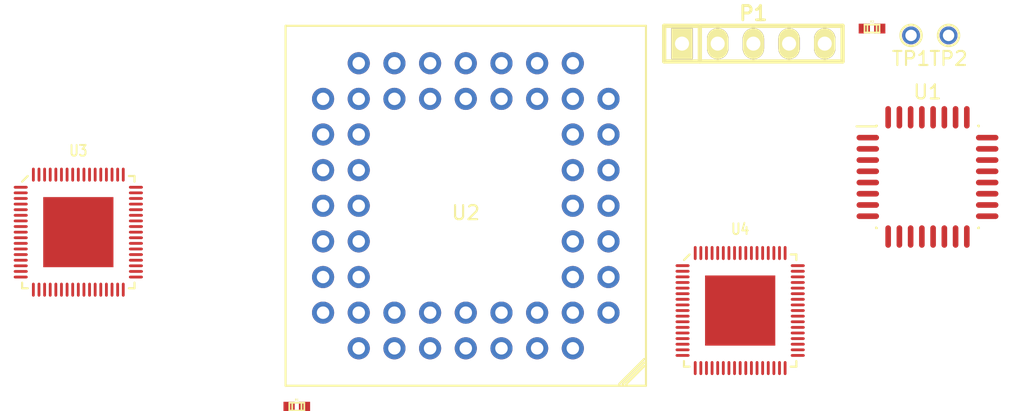
<source format=kicad_pcb>
(kicad_pcb (version 20171130) (host pcbnew "(6.0.0-rc1-dev-548-g8efcf81cf)")

  (general
    (thickness 1.6)
    (drawings 0)
    (tracks 0)
    (zones 0)
    (modules 9)
    (nets 219)
  )

  (page A4)
  (layers
    (0 F.Cu signal)
    (31 B.Cu signal)
    (32 B.Adhes user)
    (33 F.Adhes user)
    (34 B.Paste user)
    (35 F.Paste user)
    (36 B.SilkS user)
    (37 F.SilkS user)
    (38 B.Mask user)
    (39 F.Mask user)
    (40 Dwgs.User user)
    (41 Cmts.User user)
    (42 Eco1.User user)
    (43 Eco2.User user)
    (44 Edge.Cuts user)
    (45 Margin user)
    (46 B.CrtYd user)
    (47 F.CrtYd user)
    (48 B.Fab user)
    (49 F.Fab user)
  )

  (setup
    (last_trace_width 0.25)
    (trace_clearance 0.2)
    (zone_clearance 0.508)
    (zone_45_only no)
    (trace_min 0.2)
    (via_size 0.8)
    (via_drill 0.4)
    (via_min_size 0.4)
    (via_min_drill 0.3)
    (uvia_size 0.3)
    (uvia_drill 0.1)
    (uvias_allowed no)
    (uvia_min_size 0.2)
    (uvia_min_drill 0.1)
    (edge_width 0.05)
    (segment_width 0.2)
    (pcb_text_width 0.3)
    (pcb_text_size 1.5 1.5)
    (mod_edge_width 0.12)
    (mod_text_size 1 1)
    (mod_text_width 0.15)
    (pad_size 1.524 1.524)
    (pad_drill 0.762)
    (pad_to_mask_clearance 0.051)
    (solder_mask_min_width 0.25)
    (aux_axis_origin 0 0)
    (visible_elements 7FFFFFFF)
    (pcbplotparams
      (layerselection 0x010fc_ffffffff)
      (usegerberextensions false)
      (usegerberattributes false)
      (usegerberadvancedattributes false)
      (creategerberjobfile false)
      (excludeedgelayer true)
      (linewidth 0.100000)
      (plotframeref false)
      (viasonmask false)
      (mode 1)
      (useauxorigin false)
      (hpglpennumber 1)
      (hpglpenspeed 20)
      (hpglpendiameter 15.000000)
      (psnegative false)
      (psa4output false)
      (plotreference true)
      (plotvalue true)
      (plotinvisibletext false)
      (padsonsilk false)
      (subtractmaskfromsilk false)
      (outputformat 1)
      (mirror false)
      (drillshape 1)
      (scaleselection 1)
      (outputdirectory ""))
  )

  (net 0 "")
  (net 1 /VDDD)
  (net 2 "Net-(P1-Pad2)")
  (net 3 /RST)
  (net 4 /SWDCLK)
  (net 5 /SWDIO)
  (net 6 I2C_SDA_ARM)
  (net 7 I2C_SCL_ARM)
  (net 8 "Net-(U1-Pad1)")
  (net 9 "Net-(U1-Pad2)")
  (net 10 "Net-(U1-Pad3)")
  (net 11 "Net-(U1-Pad4)")
  (net 12 "Net-(U1-Pad5)")
  (net 13 "Net-(U1-Pad6)")
  (net 14 "Net-(U1-Pad7)")
  (net 15 "Net-(U1-Pad8)")
  (net 16 "Net-(U1-Pad9)")
  (net 17 "Net-(U1-Pad10)")
  (net 18 "Net-(U1-Pad11)")
  (net 19 "Net-(U1-Pad12)")
  (net 20 "Net-(U1-Pad13)")
  (net 21 "Net-(U1-Pad14)")
  (net 22 "Net-(U1-Pad15)")
  (net 23 "Net-(U1-Pad16)")
  (net 24 "Net-(U1-Pad17)")
  (net 25 "Net-(U1-Pad18)")
  (net 26 "Net-(U1-Pad19)")
  (net 27 "Net-(U1-Pad20)")
  (net 28 "Net-(U1-Pad21)")
  (net 29 "Net-(U1-Pad22)")
  (net 30 "Net-(U1-Pad23)")
  (net 31 "Net-(U1-Pad24)")
  (net 32 "Net-(U1-Pad25)")
  (net 33 "Net-(U1-Pad26)")
  (net 34 "Net-(U1-Pad27)")
  (net 35 "Net-(U1-Pad28)")
  (net 36 "Net-(U1-Pad29)")
  (net 37 "Net-(U1-Pad30)")
  (net 38 "Net-(U1-Pad31)")
  (net 39 "Net-(U1-Pad32)")
  (net 40 "Net-(U2-Pad1)")
  (net 41 "Net-(U2-Pad2)")
  (net 42 "Net-(U2-Pad3)")
  (net 43 "Net-(U2-Pad4)")
  (net 44 "Net-(U2-Pad5)")
  (net 45 "Net-(U2-Pad6)")
  (net 46 "Net-(U2-Pad7)")
  (net 47 "Net-(U2-Pad8)")
  (net 48 "Net-(U2-Pad9)")
  (net 49 "Net-(U2-Pad10)")
  (net 50 "Net-(U2-Pad11)")
  (net 51 "Net-(U2-Pad12)")
  (net 52 "Net-(U2-Pad13)")
  (net 53 "Net-(U2-Pad14)")
  (net 54 "Net-(U2-Pad15)")
  (net 55 "Net-(U2-Pad16)")
  (net 56 "Net-(U2-Pad17)")
  (net 57 "Net-(U2-Pad18)")
  (net 58 "Net-(U2-Pad19)")
  (net 59 "Net-(U2-Pad20)")
  (net 60 "Net-(U2-Pad21)")
  (net 61 "Net-(U2-Pad22)")
  (net 62 "Net-(U2-Pad23)")
  (net 63 "Net-(U2-Pad24)")
  (net 64 "Net-(U2-Pad25)")
  (net 65 "Net-(U2-Pad26)")
  (net 66 "Net-(U2-Pad27)")
  (net 67 "Net-(U2-Pad28)")
  (net 68 "Net-(U2-Pad29)")
  (net 69 "Net-(U2-Pad30)")
  (net 70 "Net-(U2-Pad31)")
  (net 71 "Net-(U2-Pad32)")
  (net 72 "Net-(U2-Pad33)")
  (net 73 "Net-(U2-Pad34)")
  (net 74 "Net-(U2-Pad35)")
  (net 75 "Net-(U2-Pad36)")
  (net 76 "Net-(U2-Pad37)")
  (net 77 "Net-(U2-Pad38)")
  (net 78 "Net-(U2-Pad39)")
  (net 79 "Net-(U2-Pad40)")
  (net 80 "Net-(U2-Pad41)")
  (net 81 "Net-(U2-Pad42)")
  (net 82 "Net-(U2-Pad43)")
  (net 83 "Net-(U2-Pad44)")
  (net 84 "Net-(U2-Pad45)")
  (net 85 "Net-(U2-Pad46)")
  (net 86 "Net-(U2-Pad47)")
  (net 87 "Net-(U2-Pad48)")
  (net 88 "Net-(U2-Pad49)")
  (net 89 "Net-(U2-Pad50)")
  (net 90 "Net-(U2-Pad51)")
  (net 91 "Net-(U2-Pad52)")
  (net 92 "Net-(U3-Pad69)")
  (net 93 "Net-(U3-Pad68)")
  (net 94 "Net-(U3-Pad66)")
  (net 95 "Net-(U3-Pad65)")
  (net 96 "Net-(U3-Pad64)")
  (net 97 "Net-(U3-Pad63)")
  (net 98 "Net-(U3-Pad62)")
  (net 99 "Net-(U3-Pad61)")
  (net 100 "Net-(U3-Pad60)")
  (net 101 "Net-(U3-Pad59)")
  (net 102 "Net-(U3-Pad58)")
  (net 103 "Net-(U3-Pad57)")
  (net 104 "Net-(U3-Pad56)")
  (net 105 "Net-(U3-Pad55)")
  (net 106 "Net-(U3-Pad54)")
  (net 107 "Net-(U3-Pad53)")
  (net 108 "Net-(U3-Pad52)")
  (net 109 "Net-(U3-Pad51)")
  (net 110 "Net-(U3-Pad50)")
  (net 111 "Net-(U3-Pad49)")
  (net 112 "Net-(U3-Pad48)")
  (net 113 "Net-(U3-Pad47)")
  (net 114 "Net-(U3-Pad46)")
  (net 115 "Net-(U3-Pad45)")
  (net 116 "Net-(U3-Pad44)")
  (net 117 "Net-(U3-Pad43)")
  (net 118 "Net-(U3-Pad42)")
  (net 119 "Net-(U3-Pad41)")
  (net 120 "Net-(U3-Pad40)")
  (net 121 "Net-(U3-Pad39)")
  (net 122 "Net-(U3-Pad38)")
  (net 123 "Net-(U3-Pad37)")
  (net 124 "Net-(U3-Pad36)")
  (net 125 "Net-(U3-Pad34)")
  (net 126 "Net-(U3-Pad33)")
  (net 127 "Net-(U3-Pad32)")
  (net 128 "Net-(U3-Pad31)")
  (net 129 "Net-(U3-Pad30)")
  (net 130 "Net-(U3-Pad29)")
  (net 131 "Net-(U3-Pad28)")
  (net 132 "Net-(U3-Pad27)")
  (net 133 "Net-(U3-Pad26)")
  (net 134 "Net-(U3-Pad25)")
  (net 135 "Net-(U3-Pad24)")
  (net 136 "Net-(U3-Pad23)")
  (net 137 "Net-(U3-Pad22)")
  (net 138 "Net-(U3-Pad21)")
  (net 139 "Net-(U3-Pad20)")
  (net 140 "Net-(U3-Pad19)")
  (net 141 "Net-(U3-Pad18)")
  (net 142 "Net-(U3-Pad16)")
  (net 143 LT8705_MODE)
  (net 144 LT8705_SYNC)
  (net 145 LTC4366_ENA)
  (net 146 "Net-(U3-Pad5)")
  (net 147 "Net-(U3-Pad6)")
  (net 148 SW_CLK_9_33)
  (net 149 SW_CLK_12)
  (net 150 "Net-(U4-Pad1)")
  (net 151 "Net-(U4-Pad2)")
  (net 152 "Net-(U4-Pad3)")
  (net 153 "Net-(U4-Pad4)")
  (net 154 "Net-(U4-Pad5)")
  (net 155 "Net-(U4-Pad6)")
  (net 156 "Net-(U4-Pad7)")
  (net 157 "Net-(U4-Pad8)")
  (net 158 "Net-(U4-Pad9)")
  (net 159 "Net-(U4-Pad10)")
  (net 160 "Net-(U4-Pad11)")
  (net 161 "Net-(U4-Pad12)")
  (net 162 "Net-(U4-Pad13)")
  (net 163 "Net-(U4-Pad14)")
  (net 164 "Net-(U4-Pad15)")
  (net 165 "Net-(U4-Pad16)")
  (net 166 "Net-(U4-Pad17)")
  (net 167 "Net-(U4-Pad18)")
  (net 168 "Net-(U4-Pad19)")
  (net 169 "Net-(U4-Pad20)")
  (net 170 "Net-(U4-Pad21)")
  (net 171 "Net-(U4-Pad22)")
  (net 172 "Net-(U4-Pad23)")
  (net 173 "Net-(U4-Pad24)")
  (net 174 "Net-(U4-Pad25)")
  (net 175 "Net-(U4-Pad26)")
  (net 176 "Net-(U4-Pad27)")
  (net 177 "Net-(U4-Pad28)")
  (net 178 "Net-(U4-Pad29)")
  (net 179 "Net-(U4-Pad30)")
  (net 180 "Net-(U4-Pad31)")
  (net 181 "Net-(U4-Pad32)")
  (net 182 "Net-(U4-Pad33)")
  (net 183 "Net-(U4-Pad34)")
  (net 184 "Net-(U4-Pad35)")
  (net 185 "Net-(U4-Pad36)")
  (net 186 "Net-(U4-Pad37)")
  (net 187 "Net-(U4-Pad38)")
  (net 188 "Net-(U4-Pad39)")
  (net 189 "Net-(U4-Pad40)")
  (net 190 "Net-(U4-Pad41)")
  (net 191 "Net-(U4-Pad42)")
  (net 192 "Net-(U4-Pad43)")
  (net 193 "Net-(U4-Pad44)")
  (net 194 "Net-(U4-Pad45)")
  (net 195 "Net-(U4-Pad46)")
  (net 196 "Net-(U4-Pad47)")
  (net 197 "Net-(U4-Pad48)")
  (net 198 "Net-(U4-Pad49)")
  (net 199 "Net-(U4-Pad50)")
  (net 200 "Net-(U4-Pad51)")
  (net 201 "Net-(U4-Pad52)")
  (net 202 "Net-(U4-Pad53)")
  (net 203 "Net-(U4-Pad54)")
  (net 204 "Net-(U4-Pad55)")
  (net 205 "Net-(U4-Pad56)")
  (net 206 "Net-(U4-Pad57)")
  (net 207 "Net-(U4-Pad58)")
  (net 208 "Net-(U4-Pad59)")
  (net 209 "Net-(U4-Pad60)")
  (net 210 "Net-(U4-Pad61)")
  (net 211 "Net-(U4-Pad62)")
  (net 212 "Net-(U4-Pad63)")
  (net 213 "Net-(U4-Pad64)")
  (net 214 "Net-(U4-Pad65)")
  (net 215 "Net-(U4-Pad66)")
  (net 216 "Net-(U4-Pad67)")
  (net 217 "Net-(U4-Pad68)")
  (net 218 "Net-(U4-Pad69)")

  (net_class Default "This is the default net class."
    (clearance 0.2)
    (trace_width 0.25)
    (via_dia 0.8)
    (via_drill 0.4)
    (uvia_dia 0.3)
    (uvia_drill 0.1)
    (add_net /RST)
    (add_net /SWDCLK)
    (add_net /SWDIO)
    (add_net /VDDD)
    (add_net I2C_SCL_ARM)
    (add_net I2C_SDA_ARM)
    (add_net LT8705_MODE)
    (add_net LT8705_SYNC)
    (add_net LTC4366_ENA)
    (add_net "Net-(P1-Pad2)")
    (add_net "Net-(U1-Pad1)")
    (add_net "Net-(U1-Pad10)")
    (add_net "Net-(U1-Pad11)")
    (add_net "Net-(U1-Pad12)")
    (add_net "Net-(U1-Pad13)")
    (add_net "Net-(U1-Pad14)")
    (add_net "Net-(U1-Pad15)")
    (add_net "Net-(U1-Pad16)")
    (add_net "Net-(U1-Pad17)")
    (add_net "Net-(U1-Pad18)")
    (add_net "Net-(U1-Pad19)")
    (add_net "Net-(U1-Pad2)")
    (add_net "Net-(U1-Pad20)")
    (add_net "Net-(U1-Pad21)")
    (add_net "Net-(U1-Pad22)")
    (add_net "Net-(U1-Pad23)")
    (add_net "Net-(U1-Pad24)")
    (add_net "Net-(U1-Pad25)")
    (add_net "Net-(U1-Pad26)")
    (add_net "Net-(U1-Pad27)")
    (add_net "Net-(U1-Pad28)")
    (add_net "Net-(U1-Pad29)")
    (add_net "Net-(U1-Pad3)")
    (add_net "Net-(U1-Pad30)")
    (add_net "Net-(U1-Pad31)")
    (add_net "Net-(U1-Pad32)")
    (add_net "Net-(U1-Pad4)")
    (add_net "Net-(U1-Pad5)")
    (add_net "Net-(U1-Pad6)")
    (add_net "Net-(U1-Pad7)")
    (add_net "Net-(U1-Pad8)")
    (add_net "Net-(U1-Pad9)")
    (add_net "Net-(U2-Pad1)")
    (add_net "Net-(U2-Pad10)")
    (add_net "Net-(U2-Pad11)")
    (add_net "Net-(U2-Pad12)")
    (add_net "Net-(U2-Pad13)")
    (add_net "Net-(U2-Pad14)")
    (add_net "Net-(U2-Pad15)")
    (add_net "Net-(U2-Pad16)")
    (add_net "Net-(U2-Pad17)")
    (add_net "Net-(U2-Pad18)")
    (add_net "Net-(U2-Pad19)")
    (add_net "Net-(U2-Pad2)")
    (add_net "Net-(U2-Pad20)")
    (add_net "Net-(U2-Pad21)")
    (add_net "Net-(U2-Pad22)")
    (add_net "Net-(U2-Pad23)")
    (add_net "Net-(U2-Pad24)")
    (add_net "Net-(U2-Pad25)")
    (add_net "Net-(U2-Pad26)")
    (add_net "Net-(U2-Pad27)")
    (add_net "Net-(U2-Pad28)")
    (add_net "Net-(U2-Pad29)")
    (add_net "Net-(U2-Pad3)")
    (add_net "Net-(U2-Pad30)")
    (add_net "Net-(U2-Pad31)")
    (add_net "Net-(U2-Pad32)")
    (add_net "Net-(U2-Pad33)")
    (add_net "Net-(U2-Pad34)")
    (add_net "Net-(U2-Pad35)")
    (add_net "Net-(U2-Pad36)")
    (add_net "Net-(U2-Pad37)")
    (add_net "Net-(U2-Pad38)")
    (add_net "Net-(U2-Pad39)")
    (add_net "Net-(U2-Pad4)")
    (add_net "Net-(U2-Pad40)")
    (add_net "Net-(U2-Pad41)")
    (add_net "Net-(U2-Pad42)")
    (add_net "Net-(U2-Pad43)")
    (add_net "Net-(U2-Pad44)")
    (add_net "Net-(U2-Pad45)")
    (add_net "Net-(U2-Pad46)")
    (add_net "Net-(U2-Pad47)")
    (add_net "Net-(U2-Pad48)")
    (add_net "Net-(U2-Pad49)")
    (add_net "Net-(U2-Pad5)")
    (add_net "Net-(U2-Pad50)")
    (add_net "Net-(U2-Pad51)")
    (add_net "Net-(U2-Pad52)")
    (add_net "Net-(U2-Pad6)")
    (add_net "Net-(U2-Pad7)")
    (add_net "Net-(U2-Pad8)")
    (add_net "Net-(U2-Pad9)")
    (add_net "Net-(U3-Pad16)")
    (add_net "Net-(U3-Pad18)")
    (add_net "Net-(U3-Pad19)")
    (add_net "Net-(U3-Pad20)")
    (add_net "Net-(U3-Pad21)")
    (add_net "Net-(U3-Pad22)")
    (add_net "Net-(U3-Pad23)")
    (add_net "Net-(U3-Pad24)")
    (add_net "Net-(U3-Pad25)")
    (add_net "Net-(U3-Pad26)")
    (add_net "Net-(U3-Pad27)")
    (add_net "Net-(U3-Pad28)")
    (add_net "Net-(U3-Pad29)")
    (add_net "Net-(U3-Pad30)")
    (add_net "Net-(U3-Pad31)")
    (add_net "Net-(U3-Pad32)")
    (add_net "Net-(U3-Pad33)")
    (add_net "Net-(U3-Pad34)")
    (add_net "Net-(U3-Pad36)")
    (add_net "Net-(U3-Pad37)")
    (add_net "Net-(U3-Pad38)")
    (add_net "Net-(U3-Pad39)")
    (add_net "Net-(U3-Pad40)")
    (add_net "Net-(U3-Pad41)")
    (add_net "Net-(U3-Pad42)")
    (add_net "Net-(U3-Pad43)")
    (add_net "Net-(U3-Pad44)")
    (add_net "Net-(U3-Pad45)")
    (add_net "Net-(U3-Pad46)")
    (add_net "Net-(U3-Pad47)")
    (add_net "Net-(U3-Pad48)")
    (add_net "Net-(U3-Pad49)")
    (add_net "Net-(U3-Pad5)")
    (add_net "Net-(U3-Pad50)")
    (add_net "Net-(U3-Pad51)")
    (add_net "Net-(U3-Pad52)")
    (add_net "Net-(U3-Pad53)")
    (add_net "Net-(U3-Pad54)")
    (add_net "Net-(U3-Pad55)")
    (add_net "Net-(U3-Pad56)")
    (add_net "Net-(U3-Pad57)")
    (add_net "Net-(U3-Pad58)")
    (add_net "Net-(U3-Pad59)")
    (add_net "Net-(U3-Pad6)")
    (add_net "Net-(U3-Pad60)")
    (add_net "Net-(U3-Pad61)")
    (add_net "Net-(U3-Pad62)")
    (add_net "Net-(U3-Pad63)")
    (add_net "Net-(U3-Pad64)")
    (add_net "Net-(U3-Pad65)")
    (add_net "Net-(U3-Pad66)")
    (add_net "Net-(U3-Pad68)")
    (add_net "Net-(U3-Pad69)")
    (add_net "Net-(U4-Pad1)")
    (add_net "Net-(U4-Pad10)")
    (add_net "Net-(U4-Pad11)")
    (add_net "Net-(U4-Pad12)")
    (add_net "Net-(U4-Pad13)")
    (add_net "Net-(U4-Pad14)")
    (add_net "Net-(U4-Pad15)")
    (add_net "Net-(U4-Pad16)")
    (add_net "Net-(U4-Pad17)")
    (add_net "Net-(U4-Pad18)")
    (add_net "Net-(U4-Pad19)")
    (add_net "Net-(U4-Pad2)")
    (add_net "Net-(U4-Pad20)")
    (add_net "Net-(U4-Pad21)")
    (add_net "Net-(U4-Pad22)")
    (add_net "Net-(U4-Pad23)")
    (add_net "Net-(U4-Pad24)")
    (add_net "Net-(U4-Pad25)")
    (add_net "Net-(U4-Pad26)")
    (add_net "Net-(U4-Pad27)")
    (add_net "Net-(U4-Pad28)")
    (add_net "Net-(U4-Pad29)")
    (add_net "Net-(U4-Pad3)")
    (add_net "Net-(U4-Pad30)")
    (add_net "Net-(U4-Pad31)")
    (add_net "Net-(U4-Pad32)")
    (add_net "Net-(U4-Pad33)")
    (add_net "Net-(U4-Pad34)")
    (add_net "Net-(U4-Pad35)")
    (add_net "Net-(U4-Pad36)")
    (add_net "Net-(U4-Pad37)")
    (add_net "Net-(U4-Pad38)")
    (add_net "Net-(U4-Pad39)")
    (add_net "Net-(U4-Pad4)")
    (add_net "Net-(U4-Pad40)")
    (add_net "Net-(U4-Pad41)")
    (add_net "Net-(U4-Pad42)")
    (add_net "Net-(U4-Pad43)")
    (add_net "Net-(U4-Pad44)")
    (add_net "Net-(U4-Pad45)")
    (add_net "Net-(U4-Pad46)")
    (add_net "Net-(U4-Pad47)")
    (add_net "Net-(U4-Pad48)")
    (add_net "Net-(U4-Pad49)")
    (add_net "Net-(U4-Pad5)")
    (add_net "Net-(U4-Pad50)")
    (add_net "Net-(U4-Pad51)")
    (add_net "Net-(U4-Pad52)")
    (add_net "Net-(U4-Pad53)")
    (add_net "Net-(U4-Pad54)")
    (add_net "Net-(U4-Pad55)")
    (add_net "Net-(U4-Pad56)")
    (add_net "Net-(U4-Pad57)")
    (add_net "Net-(U4-Pad58)")
    (add_net "Net-(U4-Pad59)")
    (add_net "Net-(U4-Pad6)")
    (add_net "Net-(U4-Pad60)")
    (add_net "Net-(U4-Pad61)")
    (add_net "Net-(U4-Pad62)")
    (add_net "Net-(U4-Pad63)")
    (add_net "Net-(U4-Pad64)")
    (add_net "Net-(U4-Pad65)")
    (add_net "Net-(U4-Pad66)")
    (add_net "Net-(U4-Pad67)")
    (add_net "Net-(U4-Pad68)")
    (add_net "Net-(U4-Pad69)")
    (add_net "Net-(U4-Pad7)")
    (add_net "Net-(U4-Pad8)")
    (add_net "Net-(U4-Pad9)")
    (add_net SW_CLK_12)
    (add_net SW_CLK_9_33)
  )

  (module w_pin_strip:pin_strip_5 (layer F.Cu) (tedit 0) (tstamp 5BCA54C7)
    (at 150.927401 82.067401)
    (descr "Pin strip 5pin")
    (tags "CONN DEV")
    (path /5BCC463B)
    (fp_text reference P1 (at 0 -2.159) (layer F.SilkS)
      (effects (font (size 1.016 1.016) (thickness 0.2032)))
    )
    (fp_text value CONN_01X05 (at 0.254 -3.556) (layer F.SilkS) hide
      (effects (font (size 1.016 0.889) (thickness 0.2032)))
    )
    (fp_line (start -3.81 -1.27) (end -3.81 1.27) (layer F.SilkS) (width 0.3048))
    (fp_line (start 6.35 1.27) (end -6.35 1.27) (layer F.SilkS) (width 0.3048))
    (fp_line (start -6.35 -1.27) (end 6.35 -1.27) (layer F.SilkS) (width 0.3048))
    (fp_line (start -6.35 1.27) (end -6.35 -1.27) (layer F.SilkS) (width 0.3048))
    (fp_line (start 6.35 -1.27) (end 6.35 1.27) (layer F.SilkS) (width 0.3048))
    (pad 1 thru_hole rect (at -5.08 0) (size 1.524 2.19964) (drill 1.00076) (layers *.Cu *.Mask F.SilkS)
      (net 1 /VDDD))
    (pad 2 thru_hole oval (at -2.54 0) (size 1.524 2.19964) (drill 1.00076) (layers *.Cu *.Mask F.SilkS)
      (net 2 "Net-(P1-Pad2)"))
    (pad 3 thru_hole oval (at 0 0) (size 1.524 2.19964) (drill 1.00076) (layers *.Cu *.Mask F.SilkS)
      (net 3 /RST))
    (pad 4 thru_hole oval (at 2.54 0) (size 1.524 2.19964) (drill 1.00076) (layers *.Cu *.Mask F.SilkS)
      (net 4 /SWDCLK))
    (pad 5 thru_hole oval (at 5.08 0) (size 1.524 2.19964) (drill 1.00076) (layers *.Cu *.Mask F.SilkS)
      (net 5 /SWDIO))
    (model ${LIBKICAD}/3d/pin_strip/pin_strip_5.wrl
      (at (xyz 0 0 0))
      (scale (xyz 1 1 1))
      (rotate (xyz 0 0 0))
    )
  )

  (module w_smd_resistors:r_0402 (layer F.Cu) (tedit 0) (tstamp 5BCA54D3)
    (at 118.42369 107.94425)
    (descr "SMT resistor, 0402")
    (path /5BCC465E)
    (fp_text reference R1 (at 0 -0.4826) (layer F.SilkS)
      (effects (font (size 0.1524 0.1524) (thickness 0.03048)))
    )
    (fp_text value 4.7K (at 0 0.4826) (layer F.SilkS) hide
      (effects (font (size 0.1524 0.1524) (thickness 0.03048)))
    )
    (fp_line (start 0.3302 -0.2794) (end 0.3302 0.2794) (layer F.SilkS) (width 0.127))
    (fp_line (start -0.3302 -0.2794) (end -0.3302 0.2794) (layer F.SilkS) (width 0.127))
    (fp_line (start -0.5334 -0.2794) (end -0.5334 0.2794) (layer F.SilkS) (width 0.127))
    (fp_line (start -0.5334 0.2794) (end 0.5334 0.2794) (layer F.SilkS) (width 0.127))
    (fp_line (start 0.5334 0.2794) (end 0.5334 -0.2794) (layer F.SilkS) (width 0.127))
    (fp_line (start 0.5334 -0.2794) (end -0.5334 -0.2794) (layer F.SilkS) (width 0.127))
    (pad 1 smd rect (at 0.54864 0) (size 0.8001 0.6985) (layers F.Cu F.Paste F.Mask)
      (net 1 /VDDD))
    (pad 2 smd rect (at -0.54864 0) (size 0.8001 0.6985) (layers F.Cu F.Paste F.Mask)
      (net 6 I2C_SDA_ARM))
    (model ${LIBKICAD}/3d/smd_resistors/r_0402.wrl
      (at (xyz 0 0 0))
      (scale (xyz 1 1 1))
      (rotate (xyz 0 0 0))
    )
  )

  (module w_smd_resistors:r_0402 (layer F.Cu) (tedit 0) (tstamp 5BCA54DF)
    (at 159.37369 80.99425)
    (descr "SMT resistor, 0402")
    (path /5BCC4665)
    (fp_text reference R2 (at 0 -0.4826) (layer F.SilkS)
      (effects (font (size 0.1524 0.1524) (thickness 0.03048)))
    )
    (fp_text value 4.7K (at 0 0.4826) (layer F.SilkS) hide
      (effects (font (size 0.1524 0.1524) (thickness 0.03048)))
    )
    (fp_line (start 0.5334 -0.2794) (end -0.5334 -0.2794) (layer F.SilkS) (width 0.127))
    (fp_line (start 0.5334 0.2794) (end 0.5334 -0.2794) (layer F.SilkS) (width 0.127))
    (fp_line (start -0.5334 0.2794) (end 0.5334 0.2794) (layer F.SilkS) (width 0.127))
    (fp_line (start -0.5334 -0.2794) (end -0.5334 0.2794) (layer F.SilkS) (width 0.127))
    (fp_line (start -0.3302 -0.2794) (end -0.3302 0.2794) (layer F.SilkS) (width 0.127))
    (fp_line (start 0.3302 -0.2794) (end 0.3302 0.2794) (layer F.SilkS) (width 0.127))
    (pad 2 smd rect (at -0.54864 0) (size 0.8001 0.6985) (layers F.Cu F.Paste F.Mask)
      (net 7 I2C_SCL_ARM))
    (pad 1 smd rect (at 0.54864 0) (size 0.8001 0.6985) (layers F.Cu F.Paste F.Mask)
      (net 1 /VDDD))
    (model ${LIBKICAD}/3d/smd_resistors/r_0402.wrl
      (at (xyz 0 0 0))
      (scale (xyz 1 1 1))
      (rotate (xyz 0 0 0))
    )
  )

  (module t_misc:TP50 (layer F.Cu) (tedit 5BAD3C95) (tstamp 5BCA54E5)
    (at 162.152001 81.482001)
    (path /5BCC46B4)
    (fp_text reference TP1 (at 0 1.651) (layer F.SilkS)
      (effects (font (size 1 1) (thickness 0.15)))
    )
    (fp_text value TP (at 0 0) (layer F.SilkS) hide
      (effects (font (size 1 1) (thickness 0.15)))
    )
    (fp_circle (center 0 0) (end 0 -0.762) (layer F.SilkS) (width 0.15))
    (pad 1 thru_hole circle (at 0 0) (size 1.27 1.27) (drill 0.8128) (layers *.Cu *.Mask)
      (net 7 I2C_SCL_ARM))
  )

  (module t_misc:TP50 (layer F.Cu) (tedit 5BAD3C95) (tstamp 5BCA54EB)
    (at 164.822001 81.482001)
    (path /5BCC46BB)
    (fp_text reference TP2 (at 0 1.651) (layer F.SilkS)
      (effects (font (size 1 1) (thickness 0.15)))
    )
    (fp_text value TP (at 0 0) (layer F.SilkS) hide
      (effects (font (size 1 1) (thickness 0.15)))
    )
    (fp_circle (center 0 0) (end 0 -0.762) (layer F.SilkS) (width 0.15))
    (pad 1 thru_hole circle (at 0 0) (size 1.27 1.27) (drill 0.8128) (layers *.Cu *.Mask)
      (net 6 I2C_SDA_ARM))
  )

  (module t_qfn:QFP-32_7x7_Pitch0.8mm (layer F.Cu) (tedit 0) (tstamp 5BCA5521)
    (at 163.322 91.567)
    (path /5BCA41F9)
    (attr smd)
    (fp_text reference U1 (at 0 -6.05) (layer F.SilkS)
      (effects (font (size 1 1) (thickness 0.15)))
    )
    (fp_text value ATMEGA328PB-AU (at 0 6.05) (layer F.Fab)
      (effects (font (size 1 1) (thickness 0.15)))
    )
    (fp_line (start -2.5 -3.5) (end -3.5 -2.5) (layer F.Fab) (width 0.15))
    (fp_line (start -3.5 -2.5) (end -3.5 3.5) (layer F.Fab) (width 0.15))
    (fp_line (start -3.5 3.5) (end 3.5 3.5) (layer F.Fab) (width 0.15))
    (fp_line (start 3.5 3.5) (end 3.5 -3.5) (layer F.Fab) (width 0.15))
    (fp_line (start 3.5 -3.5) (end -2.5 -3.5) (layer F.Fab) (width 0.15))
    (fp_line (start -3.6 -3.65) (end -3.65 -3.65) (layer F.SilkS) (width 0.15))
    (fp_line (start -3.65 -3.65) (end -3.65 -3.6) (layer F.SilkS) (width 0.15))
    (fp_line (start -3.65 -3.6) (end -5.05 -3.6) (layer F.SilkS) (width 0.15))
    (fp_line (start 3.6 -3.65) (end 3.65 -3.65) (layer F.SilkS) (width 0.15))
    (fp_line (start 3.65 -3.65) (end 3.65 -3.6) (layer F.SilkS) (width 0.15))
    (fp_line (start -3.6 3.65) (end -3.65 3.65) (layer F.SilkS) (width 0.15))
    (fp_line (start -3.65 3.65) (end -3.65 3.6) (layer F.SilkS) (width 0.15))
    (fp_line (start 3.6 3.65) (end 3.65 3.65) (layer F.SilkS) (width 0.15))
    (fp_line (start 3.65 3.65) (end 3.65 3.6) (layer F.SilkS) (width 0.15))
    (fp_line (start -5.3 -5.3) (end 5.3 -5.3) (layer F.CrtYd) (width 0.05))
    (fp_line (start 5.3 -5.3) (end 5.3 5.3) (layer F.CrtYd) (width 0.05))
    (fp_line (start 5.3 5.3) (end -5.3 5.3) (layer F.CrtYd) (width 0.05))
    (fp_line (start -5.3 5.3) (end -5.3 -5.3) (layer F.CrtYd) (width 0.05))
    (pad 1 smd oval (at -4.25 -2.8 90) (size 0.4 1.6) (layers F.Cu F.Paste F.Mask)
      (net 8 "Net-(U1-Pad1)"))
    (pad 2 smd oval (at -4.25 -2 90) (size 0.4 1.6) (layers F.Cu F.Paste F.Mask)
      (net 9 "Net-(U1-Pad2)"))
    (pad 3 smd oval (at -4.25 -1.2 90) (size 0.4 1.6) (layers F.Cu F.Paste F.Mask)
      (net 10 "Net-(U1-Pad3)"))
    (pad 4 smd oval (at -4.25 -0.4 90) (size 0.4 1.6) (layers F.Cu F.Paste F.Mask)
      (net 11 "Net-(U1-Pad4)"))
    (pad 5 smd oval (at -4.25 0.4 90) (size 0.4 1.6) (layers F.Cu F.Paste F.Mask)
      (net 12 "Net-(U1-Pad5)"))
    (pad 6 smd oval (at -4.25 1.2 90) (size 0.4 1.6) (layers F.Cu F.Paste F.Mask)
      (net 13 "Net-(U1-Pad6)"))
    (pad 7 smd oval (at -4.25 2 90) (size 0.4 1.6) (layers F.Cu F.Paste F.Mask)
      (net 14 "Net-(U1-Pad7)"))
    (pad 8 smd oval (at -4.25 2.8 90) (size 0.4 1.6) (layers F.Cu F.Paste F.Mask)
      (net 15 "Net-(U1-Pad8)"))
    (pad 9 smd oval (at -2.8 4.25) (size 0.4 1.6) (layers F.Cu F.Paste F.Mask)
      (net 16 "Net-(U1-Pad9)"))
    (pad 10 smd oval (at -2 4.25) (size 0.4 1.6) (layers F.Cu F.Paste F.Mask)
      (net 17 "Net-(U1-Pad10)"))
    (pad 11 smd oval (at -1.2 4.25) (size 0.4 1.6) (layers F.Cu F.Paste F.Mask)
      (net 18 "Net-(U1-Pad11)"))
    (pad 12 smd oval (at -0.4 4.25) (size 0.4 1.6) (layers F.Cu F.Paste F.Mask)
      (net 19 "Net-(U1-Pad12)"))
    (pad 13 smd oval (at 0.4 4.25) (size 0.4 1.6) (layers F.Cu F.Paste F.Mask)
      (net 20 "Net-(U1-Pad13)"))
    (pad 14 smd oval (at 1.2 4.25) (size 0.4 1.6) (layers F.Cu F.Paste F.Mask)
      (net 21 "Net-(U1-Pad14)"))
    (pad 15 smd oval (at 2 4.25) (size 0.4 1.6) (layers F.Cu F.Paste F.Mask)
      (net 22 "Net-(U1-Pad15)"))
    (pad 16 smd oval (at 2.8 4.25) (size 0.4 1.6) (layers F.Cu F.Paste F.Mask)
      (net 23 "Net-(U1-Pad16)"))
    (pad 17 smd oval (at 4.25 2.8 90) (size 0.4 1.6) (layers F.Cu F.Paste F.Mask)
      (net 24 "Net-(U1-Pad17)"))
    (pad 18 smd oval (at 4.25 2 90) (size 0.4 1.6) (layers F.Cu F.Paste F.Mask)
      (net 25 "Net-(U1-Pad18)"))
    (pad 19 smd oval (at 4.25 1.2 90) (size 0.4 1.6) (layers F.Cu F.Paste F.Mask)
      (net 26 "Net-(U1-Pad19)"))
    (pad 20 smd oval (at 4.25 0.4 90) (size 0.4 1.6) (layers F.Cu F.Paste F.Mask)
      (net 27 "Net-(U1-Pad20)"))
    (pad 21 smd oval (at 4.25 -0.4 90) (size 0.4 1.6) (layers F.Cu F.Paste F.Mask)
      (net 28 "Net-(U1-Pad21)"))
    (pad 22 smd oval (at 4.25 -1.2 90) (size 0.4 1.6) (layers F.Cu F.Paste F.Mask)
      (net 29 "Net-(U1-Pad22)"))
    (pad 23 smd oval (at 4.25 -2 90) (size 0.4 1.6) (layers F.Cu F.Paste F.Mask)
      (net 30 "Net-(U1-Pad23)"))
    (pad 24 smd oval (at 4.25 -2.8 90) (size 0.4 1.6) (layers F.Cu F.Paste F.Mask)
      (net 31 "Net-(U1-Pad24)"))
    (pad 25 smd oval (at 2.8 -4.25) (size 0.4 1.6) (layers F.Cu F.Paste F.Mask)
      (net 32 "Net-(U1-Pad25)"))
    (pad 26 smd oval (at 2 -4.25) (size 0.4 1.6) (layers F.Cu F.Paste F.Mask)
      (net 33 "Net-(U1-Pad26)"))
    (pad 27 smd oval (at 1.2 -4.25) (size 0.4 1.6) (layers F.Cu F.Paste F.Mask)
      (net 34 "Net-(U1-Pad27)"))
    (pad 28 smd oval (at 0.4 -4.25) (size 0.4 1.6) (layers F.Cu F.Paste F.Mask)
      (net 35 "Net-(U1-Pad28)"))
    (pad 29 smd oval (at -0.4 -4.25) (size 0.4 1.6) (layers F.Cu F.Paste F.Mask)
      (net 36 "Net-(U1-Pad29)"))
    (pad 30 smd oval (at -1.2 -4.25) (size 0.4 1.6) (layers F.Cu F.Paste F.Mask)
      (net 37 "Net-(U1-Pad30)"))
    (pad 31 smd oval (at -2 -4.25) (size 0.4 1.6) (layers F.Cu F.Paste F.Mask)
      (net 38 "Net-(U1-Pad31)"))
    (pad 32 smd oval (at -2.8 -4.25) (size 0.4 1.6) (layers F.Cu F.Paste F.Mask)
      (net 39 "Net-(U1-Pad32)"))
  )

  (module t_sockets:PLCC_52_Socket (layer F.Cu) (tedit 5BCA1237) (tstamp 5BCE0783)
    (at 130.454001 93.624001)
    (descr "PLCC Socket 52 Pin")
    (tags "Socket PLCC")
    (path /5BCA2F0E)
    (fp_text reference U2 (at 0 0.5) (layer F.SilkS)
      (effects (font (size 1 1) (thickness 0.15)))
    )
    (fp_text value MC68HC811E2 (at 0 -0.5) (layer F.Fab)
      (effects (font (size 1 1) (thickness 0.15)))
    )
    (fp_line (start -12.827 -12.827) (end 12.827 -12.827) (layer F.SilkS) (width 0.15))
    (fp_line (start 12.827 -12.827) (end 12.827 12.827) (layer F.SilkS) (width 0.15))
    (fp_line (start 12.827 12.827) (end -12.827 12.827) (layer F.SilkS) (width 0.15))
    (fp_line (start -12.827 12.827) (end -12.827 -12.827) (layer F.SilkS) (width 0.15))
    (fp_line (start 12.7 11.43) (end 11.43 12.7) (layer F.SilkS) (width 0.15))
    (fp_line (start 11.176 12.7) (end 12.7 11.176) (layer F.SilkS) (width 0.15))
    (fp_line (start 12.7 10.922) (end 10.922 12.7) (layer F.SilkS) (width 0.15))
    (fp_line (start -12.954 -12.954) (end 12.954 -12.954) (layer F.CrtYd) (width 0.05))
    (fp_line (start 12.954 -12.954) (end 12.954 12.954) (layer F.CrtYd) (width 0.05))
    (fp_line (start 12.954 12.954) (end -12.954 12.954) (layer F.CrtYd) (width 0.05))
    (fp_line (start -12.954 12.954) (end -12.954 -12.954) (layer F.CrtYd) (width 0.05))
    (fp_line (start -12.827 -12.827) (end 12.827 -12.827) (layer F.Fab) (width 0.1))
    (fp_line (start 12.827 -12.827) (end 12.827 10.922) (layer F.Fab) (width 0.1))
    (fp_line (start 12.827 10.922) (end 10.922 12.827) (layer F.Fab) (width 0.1))
    (fp_line (start 10.922 12.827) (end -12.827 12.827) (layer F.Fab) (width 0.1))
    (fp_line (start -12.827 12.827) (end -12.827 -12.827) (layer F.Fab) (width 0.1))
    (fp_text user %R (at 0 2.159) (layer F.Fab)
      (effects (font (size 1 1) (thickness 0.15)))
    )
    (fp_poly (pts (xy 0 11.303) (xy -0.508 12.573) (xy 0.508 12.573)) (layer F.Fab) (width 0.15))
    (pad 1 thru_hole circle (at 0 10.16) (size 1.5748 1.5748) (drill 0.889) (layers *.Cu *.Mask)
      (net 40 "Net-(U2-Pad1)"))
    (pad 2 thru_hole circle (at 0 7.62) (size 1.5748 1.5748) (drill 0.889) (layers *.Cu *.Mask)
      (net 41 "Net-(U2-Pad2)"))
    (pad 3 thru_hole circle (at 2.54 10.16) (size 1.5748 1.5748) (drill 0.889) (layers *.Cu *.Mask)
      (net 42 "Net-(U2-Pad3)"))
    (pad 4 thru_hole circle (at 2.54 7.62) (size 1.5748 1.5748) (drill 0.889) (layers *.Cu *.Mask)
      (net 43 "Net-(U2-Pad4)"))
    (pad 5 thru_hole circle (at 5.08 10.16) (size 1.5748 1.5748) (drill 0.889) (layers *.Cu *.Mask)
      (net 44 "Net-(U2-Pad5)"))
    (pad 6 thru_hole circle (at 5.08 7.62) (size 1.5748 1.5748) (drill 0.889) (layers *.Cu *.Mask)
      (net 45 "Net-(U2-Pad6)"))
    (pad 7 thru_hole circle (at 7.62 10.16) (size 1.5748 1.5748) (drill 0.889) (layers *.Cu *.Mask)
      (net 46 "Net-(U2-Pad7)"))
    (pad 8 thru_hole circle (at 10.16 7.62) (size 1.5748 1.5748) (drill 0.889) (layers *.Cu *.Mask)
      (net 47 "Net-(U2-Pad8)"))
    (pad 9 thru_hole circle (at 7.62 7.62) (size 1.5748 1.5748) (drill 0.889) (layers *.Cu *.Mask)
      (net 48 "Net-(U2-Pad9)"))
    (pad 10 thru_hole circle (at 10.16 5.08) (size 1.5748 1.5748) (drill 0.889) (layers *.Cu *.Mask)
      (net 49 "Net-(U2-Pad10)"))
    (pad 11 thru_hole circle (at 7.62 5.08) (size 1.5748 1.5748) (drill 0.889) (layers *.Cu *.Mask)
      (net 50 "Net-(U2-Pad11)"))
    (pad 12 thru_hole circle (at 10.16 2.54) (size 1.5748 1.5748) (drill 0.889) (layers *.Cu *.Mask)
      (net 51 "Net-(U2-Pad12)"))
    (pad 13 thru_hole circle (at 7.62 2.54) (size 1.5748 1.5748) (drill 0.889) (layers *.Cu *.Mask)
      (net 52 "Net-(U2-Pad13)"))
    (pad 14 thru_hole circle (at 10.16 0) (size 1.5748 1.5748) (drill 0.889) (layers *.Cu *.Mask)
      (net 53 "Net-(U2-Pad14)"))
    (pad 15 thru_hole circle (at 7.62 0) (size 1.5748 1.5748) (drill 0.889) (layers *.Cu *.Mask)
      (net 54 "Net-(U2-Pad15)"))
    (pad 16 thru_hole circle (at 10.16 -2.54) (size 1.5748 1.5748) (drill 0.889) (layers *.Cu *.Mask)
      (net 55 "Net-(U2-Pad16)"))
    (pad 17 thru_hole circle (at 7.62 -2.54) (size 1.5748 1.5748) (drill 0.889) (layers *.Cu *.Mask)
      (net 56 "Net-(U2-Pad17)"))
    (pad 18 thru_hole circle (at 10.16 -5.08) (size 1.5748 1.5748) (drill 0.889) (layers *.Cu *.Mask)
      (net 57 "Net-(U2-Pad18)"))
    (pad 19 thru_hole circle (at 7.62 -5.08) (size 1.5748 1.5748) (drill 0.889) (layers *.Cu *.Mask)
      (net 58 "Net-(U2-Pad19)"))
    (pad 20 thru_hole circle (at 10.16 -7.62) (size 1.5748 1.5748) (drill 0.889) (layers *.Cu *.Mask)
      (net 59 "Net-(U2-Pad20)"))
    (pad 21 thru_hole circle (at 7.62 -10.16) (size 1.5748 1.5748) (drill 0.889) (layers *.Cu *.Mask)
      (net 60 "Net-(U2-Pad21)"))
    (pad 22 thru_hole circle (at 7.62 -7.62) (size 1.5748 1.5748) (drill 0.889) (layers *.Cu *.Mask)
      (net 61 "Net-(U2-Pad22)"))
    (pad 23 thru_hole circle (at 5.08 -10.16) (size 1.5748 1.5748) (drill 0.889) (layers *.Cu *.Mask)
      (net 62 "Net-(U2-Pad23)"))
    (pad 24 thru_hole circle (at 5.08 -7.62) (size 1.5748 1.5748) (drill 0.889) (layers *.Cu *.Mask)
      (net 63 "Net-(U2-Pad24)"))
    (pad 25 thru_hole circle (at 2.54 -10.16) (size 1.5748 1.5748) (drill 0.889) (layers *.Cu *.Mask)
      (net 64 "Net-(U2-Pad25)"))
    (pad 26 thru_hole circle (at 2.54 -7.62) (size 1.5748 1.5748) (drill 0.889) (layers *.Cu *.Mask)
      (net 65 "Net-(U2-Pad26)"))
    (pad 27 thru_hole circle (at 0 -10.16) (size 1.5748 1.5748) (drill 0.889) (layers *.Cu *.Mask)
      (net 66 "Net-(U2-Pad27)"))
    (pad 28 thru_hole circle (at 0 -7.62) (size 1.5748 1.5748) (drill 0.889) (layers *.Cu *.Mask)
      (net 67 "Net-(U2-Pad28)"))
    (pad 29 thru_hole circle (at -2.54 -10.16) (size 1.5748 1.5748) (drill 0.889) (layers *.Cu *.Mask)
      (net 68 "Net-(U2-Pad29)"))
    (pad 30 thru_hole circle (at -2.54 -7.62) (size 1.5748 1.5748) (drill 0.889) (layers *.Cu *.Mask)
      (net 69 "Net-(U2-Pad30)"))
    (pad 31 thru_hole circle (at -5.08 -10.16) (size 1.5748 1.5748) (drill 0.889) (layers *.Cu *.Mask)
      (net 70 "Net-(U2-Pad31)"))
    (pad 32 thru_hole circle (at -5.08 -7.62) (size 1.5748 1.5748) (drill 0.889) (layers *.Cu *.Mask)
      (net 71 "Net-(U2-Pad32)"))
    (pad 33 thru_hole circle (at -7.62 -10.16) (size 1.5748 1.5748) (drill 0.889) (layers *.Cu *.Mask)
      (net 72 "Net-(U2-Pad33)"))
    (pad 34 thru_hole circle (at -10.16 -7.62) (size 1.5748 1.5748) (drill 0.889) (layers *.Cu *.Mask)
      (net 73 "Net-(U2-Pad34)"))
    (pad 35 thru_hole circle (at -7.62 -7.62) (size 1.5748 1.5748) (drill 0.889) (layers *.Cu *.Mask)
      (net 74 "Net-(U2-Pad35)"))
    (pad 36 thru_hole circle (at -10.16 -5.08) (size 1.5748 1.5748) (drill 0.889) (layers *.Cu *.Mask)
      (net 75 "Net-(U2-Pad36)"))
    (pad 37 thru_hole circle (at -7.62 -5.08) (size 1.5748 1.5748) (drill 0.889) (layers *.Cu *.Mask)
      (net 76 "Net-(U2-Pad37)"))
    (pad 38 thru_hole circle (at -10.16 -2.54) (size 1.5748 1.5748) (drill 0.889) (layers *.Cu *.Mask)
      (net 77 "Net-(U2-Pad38)"))
    (pad 39 thru_hole circle (at -7.62 -2.54) (size 1.5748 1.5748) (drill 0.889) (layers *.Cu *.Mask)
      (net 78 "Net-(U2-Pad39)"))
    (pad 40 thru_hole circle (at -10.16 0) (size 1.5748 1.5748) (drill 0.889) (layers *.Cu *.Mask)
      (net 79 "Net-(U2-Pad40)"))
    (pad 41 thru_hole circle (at -7.62 0) (size 1.5748 1.5748) (drill 0.889) (layers *.Cu *.Mask)
      (net 80 "Net-(U2-Pad41)"))
    (pad 42 thru_hole circle (at -10.16 2.54) (size 1.5748 1.5748) (drill 0.889) (layers *.Cu *.Mask)
      (net 81 "Net-(U2-Pad42)"))
    (pad 43 thru_hole circle (at -7.62 2.54) (size 1.5748 1.5748) (drill 0.889) (layers *.Cu *.Mask)
      (net 82 "Net-(U2-Pad43)"))
    (pad 44 thru_hole circle (at -10.16 5.08) (size 1.5748 1.5748) (drill 0.889) (layers *.Cu *.Mask)
      (net 83 "Net-(U2-Pad44)"))
    (pad 45 thru_hole circle (at -7.62 5.08) (size 1.5748 1.5748) (drill 0.889) (layers *.Cu *.Mask)
      (net 84 "Net-(U2-Pad45)"))
    (pad 46 thru_hole circle (at -10.16 7.62) (size 1.5748 1.5748) (drill 0.889) (layers *.Cu *.Mask)
      (net 85 "Net-(U2-Pad46)"))
    (pad 47 thru_hole circle (at -7.62 10.16) (size 1.5748 1.5748) (drill 0.889) (layers *.Cu *.Mask)
      (net 86 "Net-(U2-Pad47)"))
    (pad 48 thru_hole circle (at -7.62 7.62) (size 1.5748 1.5748) (drill 0.889) (layers *.Cu *.Mask)
      (net 87 "Net-(U2-Pad48)"))
    (pad 49 thru_hole circle (at -5.08 10.16) (size 1.5748 1.5748) (drill 0.889) (layers *.Cu *.Mask)
      (net 88 "Net-(U2-Pad49)"))
    (pad 50 thru_hole circle (at -5.08 7.62) (size 1.5748 1.5748) (drill 0.889) (layers *.Cu *.Mask)
      (net 89 "Net-(U2-Pad50)"))
    (pad 51 thru_hole circle (at -2.54 10.16) (size 1.5748 1.5748) (drill 0.889) (layers *.Cu *.Mask)
      (net 90 "Net-(U2-Pad51)"))
    (pad 52 thru_hole circle (at -2.54 7.62) (size 1.5748 1.5748) (drill 0.889) (layers *.Cu *.Mask)
      (net 91 "Net-(U2-Pad52)"))
  )

  (module t_qfn:QFN_68 (layer F.Cu) (tedit 57ED274A) (tstamp 5BCA55C3)
    (at 102.87 95.504)
    (path /5BCC45CA)
    (fp_text reference U3 (at 0 -5.8) (layer F.SilkS)
      (effects (font (size 0.762 0.635) (thickness 0.127)))
    )
    (fp_text value CY8C58LP_QFN68 (at 0 5.8) (layer F.Fab) hide
      (effects (font (size 1.2 1.2) (thickness 0.15)))
    )
    (fp_line (start -4 -3.6) (end -3.6 -4) (layer F.SilkS) (width 0.15))
    (fp_line (start 3.6 -4) (end 4 -4) (layer F.SilkS) (width 0.15))
    (fp_line (start 4 -4) (end 4 -3.6) (layer F.SilkS) (width 0.15))
    (fp_line (start -3.6 4) (end -4 4) (layer F.SilkS) (width 0.15))
    (fp_line (start -4 4) (end -4 3.6) (layer F.SilkS) (width 0.15))
    (fp_line (start 3.6 4) (end 4 4) (layer F.SilkS) (width 0.15))
    (fp_line (start 4 4) (end 4 3.6) (layer F.SilkS) (width 0.15))
    (fp_line (start -5.5 -5.5) (end 5.5 -5.5) (layer F.CrtYd) (width 0.15))
    (fp_line (start 5.5 -5.5) (end 5.5 5.5) (layer F.CrtYd) (width 0.15))
    (fp_line (start 5.5 5.5) (end -5.5 5.5) (layer F.CrtYd) (width 0.15))
    (fp_line (start -5.5 5.5) (end -5.5 -5.5) (layer F.CrtYd) (width 0.15))
    (pad 70 smd rect (at 1.1 1.1) (size 1.8 1.8) (layers F.Paste))
    (pad 70 smd rect (at -1.1 1.1) (size 1.8 1.8) (layers F.Paste))
    (pad 70 smd rect (at -1.1 -1.1) (size 1.8 1.8) (layers F.Paste))
    (pad 70 smd rect (at 1.1 -1.1) (size 1.8 1.8) (layers F.Paste))
    (pad 69 smd rect (at 0 0) (size 5 5) (layers F.Cu F.Mask)
      (net 92 "Net-(U3-Pad69)"))
    (pad 68 smd oval (at -3.2 -4.1) (size 0.2 1) (layers F.Cu F.Paste F.Mask)
      (net 93 "Net-(U3-Pad68)"))
    (pad 67 smd oval (at -2.8 -4.1) (size 0.2 1) (layers F.Cu F.Paste F.Mask)
      (net 1 /VDDD))
    (pad 66 smd oval (at -2.4 -4.1) (size 0.2 1) (layers F.Cu F.Paste F.Mask)
      (net 94 "Net-(U3-Pad66)"))
    (pad 65 smd oval (at -2 -4.1) (size 0.2 1) (layers F.Cu F.Paste F.Mask)
      (net 95 "Net-(U3-Pad65)"))
    (pad 64 smd oval (at -1.6 -4.1) (size 0.2 1) (layers F.Cu F.Paste F.Mask)
      (net 96 "Net-(U3-Pad64)"))
    (pad 63 smd oval (at -1.2 -4.1) (size 0.2 1) (layers F.Cu F.Paste F.Mask)
      (net 97 "Net-(U3-Pad63)"))
    (pad 62 smd oval (at -0.8 -4.1) (size 0.2 1) (layers F.Cu F.Paste F.Mask)
      (net 98 "Net-(U3-Pad62)"))
    (pad 61 smd oval (at -0.4 -4.1) (size 0.2 1) (layers F.Cu F.Paste F.Mask)
      (net 99 "Net-(U3-Pad61)"))
    (pad 60 smd oval (at 0 -4.1) (size 0.2 1) (layers F.Cu F.Paste F.Mask)
      (net 100 "Net-(U3-Pad60)"))
    (pad 59 smd oval (at 0.4 -4.1) (size 0.2 1) (layers F.Cu F.Paste F.Mask)
      (net 101 "Net-(U3-Pad59)"))
    (pad 58 smd oval (at 0.8 -4.1) (size 0.2 1) (layers F.Cu F.Paste F.Mask)
      (net 102 "Net-(U3-Pad58)"))
    (pad 57 smd oval (at 1.2 -4.1) (size 0.2 1) (layers F.Cu F.Paste F.Mask)
      (net 103 "Net-(U3-Pad57)"))
    (pad 56 smd oval (at 1.6 -4.1) (size 0.2 1) (layers F.Cu F.Paste F.Mask)
      (net 104 "Net-(U3-Pad56)"))
    (pad 55 smd oval (at 2 -4.1) (size 0.2 1) (layers F.Cu F.Paste F.Mask)
      (net 105 "Net-(U3-Pad55)"))
    (pad 54 smd oval (at 2.4 -4.1) (size 0.2 1) (layers F.Cu F.Paste F.Mask)
      (net 106 "Net-(U3-Pad54)"))
    (pad 53 smd oval (at 2.8 -4.1) (size 0.2 1) (layers F.Cu F.Paste F.Mask)
      (net 107 "Net-(U3-Pad53)"))
    (pad 52 smd oval (at 3.2 -4.1) (size 0.2 1) (layers F.Cu F.Paste F.Mask)
      (net 108 "Net-(U3-Pad52)"))
    (pad 51 smd oval (at 4.1 -3.2 90) (size 0.2 1) (layers F.Cu F.Paste F.Mask)
      (net 109 "Net-(U3-Pad51)"))
    (pad 50 smd oval (at 4.1 -2.8 90) (size 0.2 1) (layers F.Cu F.Paste F.Mask)
      (net 110 "Net-(U3-Pad50)"))
    (pad 49 smd oval (at 4.1 -2.4 90) (size 0.2 1) (layers F.Cu F.Paste F.Mask)
      (net 111 "Net-(U3-Pad49)"))
    (pad 48 smd oval (at 4.1 -2 90) (size 0.2 1) (layers F.Cu F.Paste F.Mask)
      (net 112 "Net-(U3-Pad48)"))
    (pad 47 smd oval (at 4.1 -1.6 90) (size 0.2 1) (layers F.Cu F.Paste F.Mask)
      (net 113 "Net-(U3-Pad47)"))
    (pad 46 smd oval (at 4.1 -1.2 90) (size 0.2 1) (layers F.Cu F.Paste F.Mask)
      (net 114 "Net-(U3-Pad46)"))
    (pad 45 smd oval (at 4.1 -0.8 90) (size 0.2 1) (layers F.Cu F.Paste F.Mask)
      (net 115 "Net-(U3-Pad45)"))
    (pad 44 smd oval (at 4.1 -0.4 90) (size 0.2 1) (layers F.Cu F.Paste F.Mask)
      (net 116 "Net-(U3-Pad44)"))
    (pad 43 smd oval (at 4.1 0 90) (size 0.2 1) (layers F.Cu F.Paste F.Mask)
      (net 117 "Net-(U3-Pad43)"))
    (pad 42 smd oval (at 4.1 0.4 90) (size 0.2 1) (layers F.Cu F.Paste F.Mask)
      (net 118 "Net-(U3-Pad42)"))
    (pad 41 smd oval (at 4.1 0.8 90) (size 0.2 1) (layers F.Cu F.Paste F.Mask)
      (net 119 "Net-(U3-Pad41)"))
    (pad 40 smd oval (at 4.1 1.2 90) (size 0.2 1) (layers F.Cu F.Paste F.Mask)
      (net 120 "Net-(U3-Pad40)"))
    (pad 39 smd oval (at 4.1 1.6 90) (size 0.2 1) (layers F.Cu F.Paste F.Mask)
      (net 121 "Net-(U3-Pad39)"))
    (pad 38 smd oval (at 4.1 2 90) (size 0.2 1) (layers F.Cu F.Paste F.Mask)
      (net 122 "Net-(U3-Pad38)"))
    (pad 37 smd oval (at 4.1 2.4 90) (size 0.2 1) (layers F.Cu F.Paste F.Mask)
      (net 123 "Net-(U3-Pad37)"))
    (pad 36 smd oval (at 4.1 2.8 90) (size 0.2 1) (layers F.Cu F.Paste F.Mask)
      (net 124 "Net-(U3-Pad36)"))
    (pad 35 smd oval (at 4.1 3.2 90) (size 0.2 1) (layers F.Cu F.Paste F.Mask)
      (net 1 /VDDD))
    (pad 34 smd oval (at 3.2 4.1) (size 0.2 1) (layers F.Cu F.Paste F.Mask)
      (net 125 "Net-(U3-Pad34)"))
    (pad 33 smd oval (at 2.8 4.1) (size 0.2 1) (layers F.Cu F.Paste F.Mask)
      (net 126 "Net-(U3-Pad33)"))
    (pad 32 smd oval (at 2.4 4.1) (size 0.2 1) (layers F.Cu F.Paste F.Mask)
      (net 127 "Net-(U3-Pad32)"))
    (pad 31 smd oval (at 2 4.1) (size 0.2 1) (layers F.Cu F.Paste F.Mask)
      (net 128 "Net-(U3-Pad31)"))
    (pad 30 smd oval (at 1.6 4.1) (size 0.2 1) (layers F.Cu F.Paste F.Mask)
      (net 129 "Net-(U3-Pad30)"))
    (pad 29 smd oval (at 1.2 4.1) (size 0.2 1) (layers F.Cu F.Paste F.Mask)
      (net 130 "Net-(U3-Pad29)"))
    (pad 28 smd oval (at 0.8 4.1) (size 0.2 1) (layers F.Cu F.Paste F.Mask)
      (net 131 "Net-(U3-Pad28)"))
    (pad 27 smd oval (at 0.4 4.1) (size 0.2 1) (layers F.Cu F.Paste F.Mask)
      (net 132 "Net-(U3-Pad27)"))
    (pad 26 smd oval (at 0 4.1) (size 0.2 1) (layers F.Cu F.Paste F.Mask)
      (net 133 "Net-(U3-Pad26)"))
    (pad 25 smd oval (at -0.4 4.1) (size 0.2 1) (layers F.Cu F.Paste F.Mask)
      (net 134 "Net-(U3-Pad25)"))
    (pad 24 smd oval (at -0.8 4.1) (size 0.2 1) (layers F.Cu F.Paste F.Mask)
      (net 135 "Net-(U3-Pad24)"))
    (pad 23 smd oval (at -1.2 4.1) (size 0.2 1) (layers F.Cu F.Paste F.Mask)
      (net 136 "Net-(U3-Pad23)"))
    (pad 22 smd oval (at -1.6 4.1) (size 0.2 1) (layers F.Cu F.Paste F.Mask)
      (net 137 "Net-(U3-Pad22)"))
    (pad 21 smd oval (at -2 4.1) (size 0.2 1) (layers F.Cu F.Paste F.Mask)
      (net 138 "Net-(U3-Pad21)"))
    (pad 20 smd oval (at -2.4 4.1) (size 0.2 1) (layers F.Cu F.Paste F.Mask)
      (net 139 "Net-(U3-Pad20)"))
    (pad 19 smd oval (at -2.8 4.1) (size 0.2 1) (layers F.Cu F.Paste F.Mask)
      (net 140 "Net-(U3-Pad19)"))
    (pad 18 smd oval (at -3.2 4.1) (size 0.2 1) (layers F.Cu F.Paste F.Mask)
      (net 141 "Net-(U3-Pad18)"))
    (pad 17 smd oval (at -4.1 3.2 90) (size 0.2 1) (layers F.Cu F.Paste F.Mask)
      (net 1 /VDDD))
    (pad 16 smd oval (at -4.1 2.8 90) (size 0.2 1) (layers F.Cu F.Paste F.Mask)
      (net 142 "Net-(U3-Pad16)"))
    (pad 15 smd oval (at -4.1 2.4 90) (size 0.2 1) (layers F.Cu F.Paste F.Mask)
      (net 143 LT8705_MODE))
    (pad 14 smd oval (at -4.1 2 90) (size 0.2 1) (layers F.Cu F.Paste F.Mask)
      (net 144 LT8705_SYNC))
    (pad 13 smd oval (at -4.1 1.6 90) (size 0.2 1) (layers F.Cu F.Paste F.Mask)
      (net 145 LTC4366_ENA))
    (pad 12 smd oval (at -4.1 1.2 90) (size 0.2 1) (layers F.Cu F.Paste F.Mask)
      (net 4 /SWDCLK))
    (pad 11 smd oval (at -4.1 0.8 90) (size 0.2 1) (layers F.Cu F.Paste F.Mask)
      (net 5 /SWDIO))
    (pad 10 smd oval (at -4.1 0.4 90) (size 0.2 1) (layers F.Cu F.Paste F.Mask)
      (net 3 /RST))
    (pad 9 smd oval (at -4.1 0 90) (size 0.2 1) (layers F.Cu F.Paste F.Mask)
      (net 146 "Net-(U3-Pad5)"))
    (pad 8 smd oval (at -4.1 -0.4 90) (size 0.2 1) (layers F.Cu F.Paste F.Mask)
      (net 146 "Net-(U3-Pad5)"))
    (pad 7 smd oval (at -4.1 -0.8 90) (size 0.2 1) (layers F.Cu F.Paste F.Mask)
      (net 146 "Net-(U3-Pad5)"))
    (pad 6 smd oval (at -4.1 -1.2 90) (size 0.2 1) (layers F.Cu F.Paste F.Mask)
      (net 147 "Net-(U3-Pad6)"))
    (pad 5 smd oval (at -4.1 -1.6 90) (size 0.2 1) (layers F.Cu F.Paste F.Mask)
      (net 146 "Net-(U3-Pad5)"))
    (pad 4 smd oval (at -4.1 -2 90) (size 0.2 1) (layers F.Cu F.Paste F.Mask)
      (net 6 I2C_SDA_ARM))
    (pad 3 smd oval (at -4.1 -2.4 90) (size 0.2 1) (layers F.Cu F.Paste F.Mask)
      (net 7 I2C_SCL_ARM))
    (pad 2 smd oval (at -4.1 -2.8 90) (size 0.2 1) (layers F.Cu F.Paste F.Mask)
      (net 148 SW_CLK_9_33))
    (pad 1 smd oval (at -4.1 -3.2 90) (size 0.2 1) (layers F.Cu F.Paste F.Mask)
      (net 149 SW_CLK_12))
    (model "${T_LIBS}/3d/t_qfn/QFN68(8x8mm).wrl"
      (offset (xyz 0 0 0.8999999864833561))
      (scale (xyz 0.394 0.394 0.394))
      (rotate (xyz 90 0 -90))
    )
  )

  (module t_qfn:QFN_68 (layer F.Cu) (tedit 57ED274A) (tstamp 5BCE0C30)
    (at 149.987 101.092)
    (path /5BCB3A18)
    (fp_text reference U4 (at 0 -5.8) (layer F.SilkS)
      (effects (font (size 0.762 0.635) (thickness 0.127)))
    )
    (fp_text value CY8C4246LTI-M445 (at 0 5.8) (layer F.Fab) hide
      (effects (font (size 1.2 1.2) (thickness 0.15)))
    )
    (fp_line (start -5.5 5.5) (end -5.5 -5.5) (layer F.CrtYd) (width 0.15))
    (fp_line (start 5.5 5.5) (end -5.5 5.5) (layer F.CrtYd) (width 0.15))
    (fp_line (start 5.5 -5.5) (end 5.5 5.5) (layer F.CrtYd) (width 0.15))
    (fp_line (start -5.5 -5.5) (end 5.5 -5.5) (layer F.CrtYd) (width 0.15))
    (fp_line (start 4 4) (end 4 3.6) (layer F.SilkS) (width 0.15))
    (fp_line (start 3.6 4) (end 4 4) (layer F.SilkS) (width 0.15))
    (fp_line (start -4 4) (end -4 3.6) (layer F.SilkS) (width 0.15))
    (fp_line (start -3.6 4) (end -4 4) (layer F.SilkS) (width 0.15))
    (fp_line (start 4 -4) (end 4 -3.6) (layer F.SilkS) (width 0.15))
    (fp_line (start 3.6 -4) (end 4 -4) (layer F.SilkS) (width 0.15))
    (fp_line (start -4 -3.6) (end -3.6 -4) (layer F.SilkS) (width 0.15))
    (pad 1 smd oval (at -4.1 -3.2 90) (size 0.2 1) (layers F.Cu F.Paste F.Mask)
      (net 150 "Net-(U4-Pad1)"))
    (pad 2 smd oval (at -4.1 -2.8 90) (size 0.2 1) (layers F.Cu F.Paste F.Mask)
      (net 151 "Net-(U4-Pad2)"))
    (pad 3 smd oval (at -4.1 -2.4 90) (size 0.2 1) (layers F.Cu F.Paste F.Mask)
      (net 152 "Net-(U4-Pad3)"))
    (pad 4 smd oval (at -4.1 -2 90) (size 0.2 1) (layers F.Cu F.Paste F.Mask)
      (net 153 "Net-(U4-Pad4)"))
    (pad 5 smd oval (at -4.1 -1.6 90) (size 0.2 1) (layers F.Cu F.Paste F.Mask)
      (net 154 "Net-(U4-Pad5)"))
    (pad 6 smd oval (at -4.1 -1.2 90) (size 0.2 1) (layers F.Cu F.Paste F.Mask)
      (net 155 "Net-(U4-Pad6)"))
    (pad 7 smd oval (at -4.1 -0.8 90) (size 0.2 1) (layers F.Cu F.Paste F.Mask)
      (net 156 "Net-(U4-Pad7)"))
    (pad 8 smd oval (at -4.1 -0.4 90) (size 0.2 1) (layers F.Cu F.Paste F.Mask)
      (net 157 "Net-(U4-Pad8)"))
    (pad 9 smd oval (at -4.1 0 90) (size 0.2 1) (layers F.Cu F.Paste F.Mask)
      (net 158 "Net-(U4-Pad9)"))
    (pad 10 smd oval (at -4.1 0.4 90) (size 0.2 1) (layers F.Cu F.Paste F.Mask)
      (net 159 "Net-(U4-Pad10)"))
    (pad 11 smd oval (at -4.1 0.8 90) (size 0.2 1) (layers F.Cu F.Paste F.Mask)
      (net 160 "Net-(U4-Pad11)"))
    (pad 12 smd oval (at -4.1 1.2 90) (size 0.2 1) (layers F.Cu F.Paste F.Mask)
      (net 161 "Net-(U4-Pad12)"))
    (pad 13 smd oval (at -4.1 1.6 90) (size 0.2 1) (layers F.Cu F.Paste F.Mask)
      (net 162 "Net-(U4-Pad13)"))
    (pad 14 smd oval (at -4.1 2 90) (size 0.2 1) (layers F.Cu F.Paste F.Mask)
      (net 163 "Net-(U4-Pad14)"))
    (pad 15 smd oval (at -4.1 2.4 90) (size 0.2 1) (layers F.Cu F.Paste F.Mask)
      (net 164 "Net-(U4-Pad15)"))
    (pad 16 smd oval (at -4.1 2.8 90) (size 0.2 1) (layers F.Cu F.Paste F.Mask)
      (net 165 "Net-(U4-Pad16)"))
    (pad 17 smd oval (at -4.1 3.2 90) (size 0.2 1) (layers F.Cu F.Paste F.Mask)
      (net 166 "Net-(U4-Pad17)"))
    (pad 18 smd oval (at -3.2 4.1) (size 0.2 1) (layers F.Cu F.Paste F.Mask)
      (net 167 "Net-(U4-Pad18)"))
    (pad 19 smd oval (at -2.8 4.1) (size 0.2 1) (layers F.Cu F.Paste F.Mask)
      (net 168 "Net-(U4-Pad19)"))
    (pad 20 smd oval (at -2.4 4.1) (size 0.2 1) (layers F.Cu F.Paste F.Mask)
      (net 169 "Net-(U4-Pad20)"))
    (pad 21 smd oval (at -2 4.1) (size 0.2 1) (layers F.Cu F.Paste F.Mask)
      (net 170 "Net-(U4-Pad21)"))
    (pad 22 smd oval (at -1.6 4.1) (size 0.2 1) (layers F.Cu F.Paste F.Mask)
      (net 171 "Net-(U4-Pad22)"))
    (pad 23 smd oval (at -1.2 4.1) (size 0.2 1) (layers F.Cu F.Paste F.Mask)
      (net 172 "Net-(U4-Pad23)"))
    (pad 24 smd oval (at -0.8 4.1) (size 0.2 1) (layers F.Cu F.Paste F.Mask)
      (net 173 "Net-(U4-Pad24)"))
    (pad 25 smd oval (at -0.4 4.1) (size 0.2 1) (layers F.Cu F.Paste F.Mask)
      (net 174 "Net-(U4-Pad25)"))
    (pad 26 smd oval (at 0 4.1) (size 0.2 1) (layers F.Cu F.Paste F.Mask)
      (net 175 "Net-(U4-Pad26)"))
    (pad 27 smd oval (at 0.4 4.1) (size 0.2 1) (layers F.Cu F.Paste F.Mask)
      (net 176 "Net-(U4-Pad27)"))
    (pad 28 smd oval (at 0.8 4.1) (size 0.2 1) (layers F.Cu F.Paste F.Mask)
      (net 177 "Net-(U4-Pad28)"))
    (pad 29 smd oval (at 1.2 4.1) (size 0.2 1) (layers F.Cu F.Paste F.Mask)
      (net 178 "Net-(U4-Pad29)"))
    (pad 30 smd oval (at 1.6 4.1) (size 0.2 1) (layers F.Cu F.Paste F.Mask)
      (net 179 "Net-(U4-Pad30)"))
    (pad 31 smd oval (at 2 4.1) (size 0.2 1) (layers F.Cu F.Paste F.Mask)
      (net 180 "Net-(U4-Pad31)"))
    (pad 32 smd oval (at 2.4 4.1) (size 0.2 1) (layers F.Cu F.Paste F.Mask)
      (net 181 "Net-(U4-Pad32)"))
    (pad 33 smd oval (at 2.8 4.1) (size 0.2 1) (layers F.Cu F.Paste F.Mask)
      (net 182 "Net-(U4-Pad33)"))
    (pad 34 smd oval (at 3.2 4.1) (size 0.2 1) (layers F.Cu F.Paste F.Mask)
      (net 183 "Net-(U4-Pad34)"))
    (pad 35 smd oval (at 4.1 3.2 90) (size 0.2 1) (layers F.Cu F.Paste F.Mask)
      (net 184 "Net-(U4-Pad35)"))
    (pad 36 smd oval (at 4.1 2.8 90) (size 0.2 1) (layers F.Cu F.Paste F.Mask)
      (net 185 "Net-(U4-Pad36)"))
    (pad 37 smd oval (at 4.1 2.4 90) (size 0.2 1) (layers F.Cu F.Paste F.Mask)
      (net 186 "Net-(U4-Pad37)"))
    (pad 38 smd oval (at 4.1 2 90) (size 0.2 1) (layers F.Cu F.Paste F.Mask)
      (net 187 "Net-(U4-Pad38)"))
    (pad 39 smd oval (at 4.1 1.6 90) (size 0.2 1) (layers F.Cu F.Paste F.Mask)
      (net 188 "Net-(U4-Pad39)"))
    (pad 40 smd oval (at 4.1 1.2 90) (size 0.2 1) (layers F.Cu F.Paste F.Mask)
      (net 189 "Net-(U4-Pad40)"))
    (pad 41 smd oval (at 4.1 0.8 90) (size 0.2 1) (layers F.Cu F.Paste F.Mask)
      (net 190 "Net-(U4-Pad41)"))
    (pad 42 smd oval (at 4.1 0.4 90) (size 0.2 1) (layers F.Cu F.Paste F.Mask)
      (net 191 "Net-(U4-Pad42)"))
    (pad 43 smd oval (at 4.1 0 90) (size 0.2 1) (layers F.Cu F.Paste F.Mask)
      (net 192 "Net-(U4-Pad43)"))
    (pad 44 smd oval (at 4.1 -0.4 90) (size 0.2 1) (layers F.Cu F.Paste F.Mask)
      (net 193 "Net-(U4-Pad44)"))
    (pad 45 smd oval (at 4.1 -0.8 90) (size 0.2 1) (layers F.Cu F.Paste F.Mask)
      (net 194 "Net-(U4-Pad45)"))
    (pad 46 smd oval (at 4.1 -1.2 90) (size 0.2 1) (layers F.Cu F.Paste F.Mask)
      (net 195 "Net-(U4-Pad46)"))
    (pad 47 smd oval (at 4.1 -1.6 90) (size 0.2 1) (layers F.Cu F.Paste F.Mask)
      (net 196 "Net-(U4-Pad47)"))
    (pad 48 smd oval (at 4.1 -2 90) (size 0.2 1) (layers F.Cu F.Paste F.Mask)
      (net 197 "Net-(U4-Pad48)"))
    (pad 49 smd oval (at 4.1 -2.4 90) (size 0.2 1) (layers F.Cu F.Paste F.Mask)
      (net 198 "Net-(U4-Pad49)"))
    (pad 50 smd oval (at 4.1 -2.8 90) (size 0.2 1) (layers F.Cu F.Paste F.Mask)
      (net 199 "Net-(U4-Pad50)"))
    (pad 51 smd oval (at 4.1 -3.2 90) (size 0.2 1) (layers F.Cu F.Paste F.Mask)
      (net 200 "Net-(U4-Pad51)"))
    (pad 52 smd oval (at 3.2 -4.1) (size 0.2 1) (layers F.Cu F.Paste F.Mask)
      (net 201 "Net-(U4-Pad52)"))
    (pad 53 smd oval (at 2.8 -4.1) (size 0.2 1) (layers F.Cu F.Paste F.Mask)
      (net 202 "Net-(U4-Pad53)"))
    (pad 54 smd oval (at 2.4 -4.1) (size 0.2 1) (layers F.Cu F.Paste F.Mask)
      (net 203 "Net-(U4-Pad54)"))
    (pad 55 smd oval (at 2 -4.1) (size 0.2 1) (layers F.Cu F.Paste F.Mask)
      (net 204 "Net-(U4-Pad55)"))
    (pad 56 smd oval (at 1.6 -4.1) (size 0.2 1) (layers F.Cu F.Paste F.Mask)
      (net 205 "Net-(U4-Pad56)"))
    (pad 57 smd oval (at 1.2 -4.1) (size 0.2 1) (layers F.Cu F.Paste F.Mask)
      (net 206 "Net-(U4-Pad57)"))
    (pad 58 smd oval (at 0.8 -4.1) (size 0.2 1) (layers F.Cu F.Paste F.Mask)
      (net 207 "Net-(U4-Pad58)"))
    (pad 59 smd oval (at 0.4 -4.1) (size 0.2 1) (layers F.Cu F.Paste F.Mask)
      (net 208 "Net-(U4-Pad59)"))
    (pad 60 smd oval (at 0 -4.1) (size 0.2 1) (layers F.Cu F.Paste F.Mask)
      (net 209 "Net-(U4-Pad60)"))
    (pad 61 smd oval (at -0.4 -4.1) (size 0.2 1) (layers F.Cu F.Paste F.Mask)
      (net 210 "Net-(U4-Pad61)"))
    (pad 62 smd oval (at -0.8 -4.1) (size 0.2 1) (layers F.Cu F.Paste F.Mask)
      (net 211 "Net-(U4-Pad62)"))
    (pad 63 smd oval (at -1.2 -4.1) (size 0.2 1) (layers F.Cu F.Paste F.Mask)
      (net 212 "Net-(U4-Pad63)"))
    (pad 64 smd oval (at -1.6 -4.1) (size 0.2 1) (layers F.Cu F.Paste F.Mask)
      (net 213 "Net-(U4-Pad64)"))
    (pad 65 smd oval (at -2 -4.1) (size 0.2 1) (layers F.Cu F.Paste F.Mask)
      (net 214 "Net-(U4-Pad65)"))
    (pad 66 smd oval (at -2.4 -4.1) (size 0.2 1) (layers F.Cu F.Paste F.Mask)
      (net 215 "Net-(U4-Pad66)"))
    (pad 67 smd oval (at -2.8 -4.1) (size 0.2 1) (layers F.Cu F.Paste F.Mask)
      (net 216 "Net-(U4-Pad67)"))
    (pad 68 smd oval (at -3.2 -4.1) (size 0.2 1) (layers F.Cu F.Paste F.Mask)
      (net 217 "Net-(U4-Pad68)"))
    (pad 69 smd rect (at 0 0) (size 5 5) (layers F.Cu F.Mask)
      (net 218 "Net-(U4-Pad69)"))
    (pad 70 smd rect (at 1.1 -1.1) (size 1.8 1.8) (layers F.Paste))
    (pad 70 smd rect (at -1.1 -1.1) (size 1.8 1.8) (layers F.Paste))
    (pad 70 smd rect (at -1.1 1.1) (size 1.8 1.8) (layers F.Paste))
    (pad 70 smd rect (at 1.1 1.1) (size 1.8 1.8) (layers F.Paste))
    (model "${T_LIBS}/3d/t_qfn/QFN68(8x8mm).wrl"
      (offset (xyz 0 0 0.8999999864833561))
      (scale (xyz 0.394 0.394 0.394))
      (rotate (xyz 90 0 -90))
    )
  )

)

</source>
